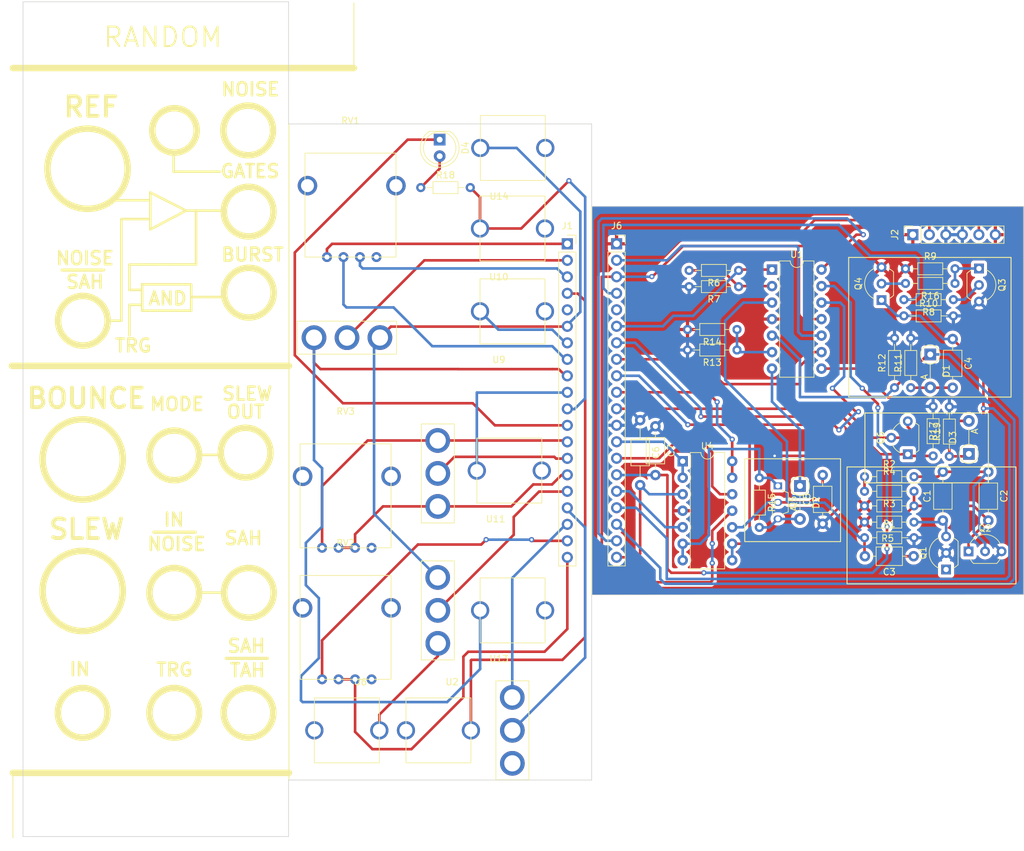
<source format=kicad_pcb>
(kicad_pcb (version 20221018) (generator pcbnew)
  (layers (0 "F.Cu" signal) (31 "B.Cu" signal) (34 "B.Paste" user) (35 "F.Paste" user) (36 "B.SilkS" user "B.Silkscreen") (37 "F.SilkS" user "F.Silkscreen") (38 "B.Mask" user) (39 "F.Mask" user) (44 "Edge.Cuts" user))
  (net 0 "")
  (net 1 "Net-(Q1-E)")
  (net 2 "Net-(Q2-B)")
  (net 3 "Net-(Q2-C)")
  (net 4 "GATE")
  (net 5 "Net-(D1-A)")
  (net 6 "GND")
  (net 7 "Net-(Q5-S)")
  (net 8 "PULS")
  (net 9 "Net-(D2-A)")
  (net 10 "COMPO")
  (net 12 "Net-(Q3-C)")
  (net 13 "Net-(Q3-B)")
  (net 14 "Net-(Q4-B)")
  (net 15 "+12V")
  (net 16 "Net-(Q5-D)")
  (net 17 "Net-(R2-Pad1)")
  (net 18 "NOISE")
  (net 19 "TRG")
  (net 20 "-12V")
  (net 21 "THR")
  (net 22 "SAH")
  (net 23 "SHIN")
  (net 25 "IN")
  (net 26 "COMP")
  (net 27 "Net-(D2-K)")
  (net 28 "Net-(D3-A)")
  (net 29 "Net-(U1A-+)")
  (net 30 "Net-(U1A--)")
  (net 31 "BURST")
  (net 32 "DLY")
  (net 33 "BC2")
  (net 34 "BC1")
  (net 35 "BOUNCE")
  (net 36 "S2")
  (net 37 "S1")
  (net 38 "Net-(U1B--)")
  (net 39 "Net-(D4-A)")
  (footprint "clipboard:8b81b61c-c021-4eda-8441-9e06cffa12e7" (layer "F.Cu") (at 120.024265 137.95)
    (fp_text reference "")
    (fp_text value "")
  )
  (footprint "Package_TO_SOT_THT:TO-92L_Wide" (layer "F.Cu") (at 221.46 98.151 90)
    (fp_text reference "Q6")
    (fp_text value "2N7000")
  )
  (footprint "LED_THT:LED_D5.0mm" (layer "F.Cu") (at 149.4 49.725 -90)
    (fp_text reference "D4")
    (fp_text value "LED")
  )
  (footprint "Resistor_THT:R_Axial_DIN0204_L3.6mm_D1.6mm_P7.62mm_Horizontal" (layer "F.Cu") (at 214.8 111.001)
    (fp_text reference "R5")
    (fp_text value "100k")
  )
  (footprint "Resistor_THT:R_Axial_DIN0204_L3.6mm_D1.6mm_P7.62mm_Horizontal" (layer "F.Cu") (at 227.86 98.471 90)
    (fp_text reference "R19")
    (fp_text value "100k")
  )
  (footprint "Resistor_THT:R_Axial_DIN0204_L3.6mm_D1.6mm_P7.62mm_Horizontal" (layer "F.Cu") (at 221.11 69.601)
    (fp_text reference "R9")
    (fp_text value "10k")
  )
  (footprint "" (layer "F.Cu") (at 94.45 119.2)
    (fp_text reference "")
    (fp_text value "")
  )
  (footprint "clipboard:8b81b61c-c021-4eda-8441-9e06cffa12e7" (layer "F.Cu") (at 108.64853 48.3)
    (fp_text reference "")
    (fp_text value "")
  )
  (footprint "MountingHole:MountingHole_3.2mm_M3" (layer "F.Cu") (at 91.2 154.2)
    (fp_text reference "REF**" hide)
    (fp_text value "MountingHole_3.2mm_M3")
  )
  (footprint "Resistor_THT:R_Axial_DIN0204_L3.6mm_D1.6mm_P7.62mm_Horizontal" (layer "F.Cu") (at 220.86 76.851)
    (fp_text reference "R10")
    (fp_text value "100k")
  )
  (footprint "Library:Switch" (layer "F.Cu") (at 151.655 122.182887 90)
    (fp_text reference "U5" hide)
    (fp_text value "Switch")
  )
  (footprint "Library:AlpsPot" (layer "F.Cu") (at 131.3 132.8)
    (fp_text reference "RV2")
    (fp_text value "R_Potentiometer")
  )
  (footprint "clipboard:8b81b61c-c021-4eda-8441-9e06cffa12e7" (layer "F.Cu") (at 120 60.8)
    (fp_text reference "")
    (fp_text value "")
  )
  (footprint "Library:AlpsPot" (layer "F.Cu") (at 132.05 67.8)
    (fp_text reference "RV1")
    (fp_text value "R_Potentiometer")
  )
  (footprint "clipboard:8b81b61c-c021-4eda-8441-9e06cffa12e7" (layer "F.Cu") (at 94.474265 77.6)
    (fp_text reference "")
    (fp_text value "")
  )
  (footprint "MountingHole:MountingHole_3.2mm_M3" (layer "F.Cu") (at 121.7 154.2)
    (fp_text reference "REF**" hide)
    (fp_text value "MountingHole_3.2mm_M3")
  )
  (footprint "clipboard:8b81b61c-c021-4eda-8441-9e06cffa12e7" (layer "F.Cu") (at 108.55 98.4)
    (fp_text reference "")
    (fp_text value "")
  )
  (footprint "Resistor_THT:R_Axial_DIN0204_L3.6mm_D1.6mm_P7.62mm_Horizontal" (layer "F.Cu") (at 225.36 98.411 90)
    (fp_text reference "R17")
    (fp_text value "100k")
  )
  (footprint "Capacitor_THT:C_Axial_L3.8mm_D2.6mm_P7.50mm_Horizontal" (layer "F.Cu") (at 182.61 93.851 -90)
    (fp_text reference "C7")
    (fp_text value "10n")
  )
  (footprint "Library:3mm5 Mono Aux" (layer "F.Cu") (at 160.65853 51.001 180)
    (fp_text reference "U14")
    (fp_text value "Aux_flush")
  )
  (footprint "Connector_PinSocket_2.54mm:PinSocket_1x20_P2.54mm_Vertical" (layer "F.Cu") (at 169.05 65.76)
    (fp_text reference "J1")
    (fp_text value "Conn_01x20_Pin")
  )
  (footprint "Library:AlpsPot" (layer "F.Cu") (at 131.3 112.55)
    (fp_text reference "RV3")
    (fp_text value "R_Potentiometer")
  )
  (footprint "Library:3mm5 Mono Aux" (layer "F.Cu") (at 160.629265 122.182887 180)
    (fp_text reference "U13")
    (fp_text value "Aux_flush")
  )
  (footprint "" (layer "F.Cu") (at 94.45 98.95)
    (fp_text reference "")
    (fp_text value "")
  )
  (footprint "MountingHole:MountingHole_3.2mm_M3" (layer "F.Cu") (at 121.7 31.7)
    (fp_text reference "REF**" hide)
    (fp_text value "MountingHole_3.2mm_M3")
  )
  (footprint "Capacitor_THT:C_Axial_L3.8mm_D2.6mm_P7.50mm_Horizontal" (layer "F.Cu") (at 222.36 113.851 180)
    (fp_text reference "C3")
    (fp_text value "470n")
  )
  (footprint "Library:Switch" (layer "F.Cu") (at 135.134265 82.746)
    (fp_text reference "U8" hide)
    (fp_text value "Switch")
  )
  (footprint "Diode_THT:D_A-405_P5.08mm_Vertical_AnodeUp" (layer "F.Cu") (at 224.92 82.786 -90)
    (fp_text reference "D1")
    (fp_text value "D")
  )
  (footprint "Resistor_THT:R_Axial_DIN0204_L3.6mm_D1.6mm_P7.62mm_Horizontal" (layer "F.Cu") (at 214.8 108.601)
    (fp_text reference "R1")
    (fp_text value "1M")
  )
  (footprint "Library:3mm5 Mono Aux" (layer "F.Cu") (at 160.119734 100.669113 180)
    (fp_text reference "U11")
    (fp_text value "Aux_flush")
  )
  (footprint "clipboard:8b81b61c-c021-4eda-8441-9e06cffa12e7" (layer "F.Cu") (at 108.55 119.481887)
    (fp_text reference "")
    (fp_text value "")
  )
  (footprint "Library:3mm5 Mono Aux" (layer "F.Cu") (at 135.11 140.651)
    (fp_text reference "U6")
    (fp_text value "Aux_flush")
  )
  (footprint "clipboard:8b81b61c-c021-4eda-8441-9e06cffa12e7" (layer "F.Cu") (at 120.024265 73.275735)
    (fp_text reference "")
    (fp_text value "")
  )
  (footprint "Capacitor_THT:C_Axial_L3.8mm_D2.6mm_P7.50mm_Horizontal" (layer "F.Cu") (at 226.86 108.351 90)
    (fp_text reference "C1")
    (fp_text value "100n")
  )
  (footprint "Diode_THT:D_A-405_P5.08mm_Vertical_AnodeUp" (layer "F.Cu") (at 230.86 98.101 90)
    (fp_text reference "D3")
    (fp_text value "D")
  )
  (footprint "Package_TO_SOT_THT:TO-92_Inline_Wide" (layer "F.Cu") (at 227.36 115.891 90)
    (fp_text reference "Q1")
    (fp_text value "BC547")
  )
  (footprint "Resistor_THT:R_Axial_DIN0204_L3.6mm_D1.6mm_P7.62mm_Horizontal" (layer "F.Cu") (at 214.8 101.601)
    (fp_text reference "R2")
    (fp_text value "1M")
  )
  (footprint "Resistor_THT:R_Axial_DIN0204_L3.6mm_D1.6mm_P7.62mm_Horizontal" (layer "F.Cu") (at 195.17 78.951 180)
    (fp_text reference "R14")
    (fp_text value "100k")
  )
  (footprint "Package_TO_SOT_THT:TO-92_Inline_Wide" (layer "F.Cu") (at 217.42 74.431 90)
    (fp_text reference "Q4")
    (fp_text value "BC557")
  )
  (footprint "Resistor_THT:R_Axial_DIN0204_L3.6mm_D1.6mm_P7.62mm_Horizontal" (layer "F.Cu") (at 195.42 72.351 180)
    (fp_text reference "R7")
    (fp_text value "100k")
  )
  (footprint "Package_DIP:DIP-14_W7.62mm" (layer "F.Cu") (at 186.81 99.226)
    (fp_text reference "U4")
    (fp_text value "TL074")
  )
  (footprint "Capacitor_THT:C_Axial_L3.8mm_D2.6mm_P7.50mm_Horizontal" (layer "F.Cu") (at 233.86 100.851 -90)
    (fp_text reference "C2")
    (fp_text value "10p")
  )
  (footprint "Library:Switch" (layer "F.Cu") (at 151.655 101.101 90)
    (fp_text reference "U7" hide)
    (fp_text value "Switch")
  )
  (footprint "Capacitor_THT:C_Axial_L3.8mm_D2.6mm_P7.50mm_Horizontal" (layer "F.Cu") (at 228.37 80.411 -90)
    (fp_text reference "C4")
    (fp_text value "C")
  )
  (footprint "Capacitor_THT:C_Axial_L3.8mm_D2.6mm_P7.50mm_Horizontal" (layer "F.Cu") (at 208.36 108.851 90)
    (fp_text reference "C5")
    (fp_text value "10n")
  )
  (footprint "" (layer "F.Cu") (at 95.2 54.2)
    (fp_text reference "")
    (fp_text value "")
  )
  (footprint "Resistor_THT:R_Axial_DIN0204_L3.6mm_D1.6mm_P7.62mm_Horizontal" (layer "F.Cu") (at 228.48 74.351 180)
    (fp_text reference "R8")
    (fp_text value "10k")
  )
  (footprint "Package_TO_SOT_THT:TO-92_Inline_Wide" (layer "F.Cu") (at 232.42 69.561 -90)
    (fp_text reference "Q3")
    (fp_text value "BC547")
  )
  (footprint "Resistor_THT:R_Axial_DIN0204_L3.6mm_D1.6mm_P7.62mm_Horizontal" (layer "F.Cu") (at 198.61 101.791 -90)
    (fp_text reference "R15")
    (fp_text value "1M")
  )
  (footprint "Package_TO_SOT_THT:TO-92_Inline_Wide" (layer "F.Cu") (at 230.82 113.101)
    (fp_text reference "Q2")
    (fp_text value "BC547")
  )
  (footprint "Connector_PinSocket_2.54mm:PinSocket_1x06_P2.54mm_Vertical" (layer "F.Cu") (at 222.24 64.351 90)
    (fp_text reference "J2")
    (fp_text value "Conn_01x06_Pin")
  )
  (footprint "clipboard:8b81b61c-c021-4eda-8441-9e06cffa12e7" (layer "F.Cu") (at 119.969265 119.481887)
    (fp_text reference "")
    (fp_text value "")
  )
  (footprint "Resistor_THT:R_Axial_DIN0204_L3.6mm_D1.6mm_P7.62mm_Horizontal" (layer "F.Cu") (at 214.8 106.101)
    (fp_text reference "R4")
    (fp_text value "4k7")
  )
  (footprint "clipboard:8b81b61c-c021-4eda-8441-9e06cffa12e7" (layer "F.Cu") (at 119.459734 97.968113)
    (fp_text reference "")
    (fp_text value "")
  )
  (footprint "Package_TO_SOT_THT:TO-92S_Wide" (layer "F.Cu") (at 201.46 103.016 -90)
    (fp_text reference "Q5")
    (fp_text value "MMBFJ113")
  )
  (footprint "Resistor_THT:R_Axial_DIN0204_L3.6mm_D1.6mm_P7.62mm_Horizontal" (layer "F.Cu") (at 228.73 71.851 180)
    (fp_text reference "R16")
    (fp_text value "10k")
  )
  (footprint "Library:3mm5 Mono Aux" (layer "F.Cu") (at 149.21 140.651)
    (fp_text reference "U2")
    (fp_text value "Aux_flush")
  )
  (footprint "Diode_THT:D_A-405_P5.08mm_Vertical_AnodeUp" (layer "F.Cu") (at 204.86 103.036 -90)
    (fp_text reference "D2")
    (fp_text value "D")
  )
  (footprint "clipboard:8b81b61c-c021-4eda-8441-9e06cffa12e7" (layer "F.Cu") (at 119.99853 48.3)
    (fp_text reference "")
    (fp_text value "")
  )
  (footprint "Library:3mm5 Mono Aux" (layer "F.Cu") (at 160.61 63.401 180)
    (fp_text reference "U10")
    (fp_text value "Aux_flush")
  )
  (footprint "MountingHole:MountingHole_3.2mm_M3" (layer "F.Cu") (at 91.2 31.7)
    (fp_text reference "REF**" hide)
    (fp_text value "MountingHole_3.2mm_M3")
  )
  (footprint "Package_DIP:DIP-14_W7.62mm" (layer "F.Cu") (at 200.56 69.726)
    (fp_text reference "U1")
    (fp_text value "TL074")
  )
  (footprint "Library:Switch" (layer "F.Cu") (at 163.129265 140.651 90)
    (fp_text reference "U3" hide)
    (fp_text value "Switch")
  )
  (footprint "Capacitor_THT:C_Axial_L3.8mm_D2.6mm_P10.00mm_Horizontal" (layer "F.Cu") (at 180.26 92.901 -90)
    (fp_text reference "C6")
    (fp_text value "10n")
  )
  (footprint "Resistor_THT:R_Axial_DIN0204_L3.6mm_D1.6mm_P7.62mm_Horizontal" (layer "F.Cu") (at 219.42 87.911 90)
    (fp_text reference "R12")
    (fp_text value "100k")
  )
  (footprint "Resistor_THT:R_Axial_DIN0204_L3.6mm_D1.6mm_P7.62mm_Horizontal" (layer "F.Cu") (at 195.42 69.851 180)
    (fp_text reference "R6")
    (fp_text value "1k")
  )
  (footprint "Resistor_THT:R_Axial_DIN0204_L3.6mm_D1.6mm_P7.62mm_Horizontal" (layer "F.Cu") (at 222.42 103.851 180)
    (fp_text reference "R3")
    (fp_text value "1M")
  )
  (footprint "clipboard:8b81b61c-c021-4eda-8441-9e06cffa12e7" (layer "F.Cu") (at 108.55 137.95)
    (fp_text reference "")
    (fp_text value "")
  )
  (footprint "Resistor_THT:R_Axial_DIN0204_L3.6mm_D1.6mm_P7.62mm_Horizontal" (layer "F.Cu") (at 195.17 82.101 180)
    (fp_text reference "R13")
    (fp_text value "1k")
  )
  (footprint "Resistor_THT:R_Axial_DIN0204_L3.6mm_D1.6mm_P7.62mm_Horizontal" (layer "F.Cu") (at 146.49 57.1)
    (fp_text reference "R18")
    (fp_text value "1k")
  )
  (footprint "Connector_PinSocket_2.54mm:PinSocket_1x20_P2.54mm_Vertical" (layer "F.Cu") (at 176.635 65.751)
    (fp_text reference "J6")
    (fp_text value "Conn_01x20_Pin")
  )
  (footprint "Library:3mm5 Mono Aux" (layer "F.Cu") (at 160.61 76.151 180)
    (fp_text reference "U9")
    (fp_text value "Aux_flush")
  )
  (footprint "Resistor_THT:R_Axial_DIN0204_L3.6mm_D1.6mm_P7.62mm_Horizontal" (layer "F.Cu") (at 221.92 87.911 90)
    (fp_text reference "R11")
    (fp_text value "100k")
  )
  (footprint "clipboard:8b81b61c-c021-4eda-8441-9e06cffa12e7" (layer "F.Cu") (at 94.45 137.95)
    (fp_text reference "")
    (fp_text value "")
  )
  (gr_line (start 172.8 60) (end 172.8 119.8) (stroke (width 0.15)) (layer "F.SilkS"))
  (gr_line (start 83.55 84.55) (end 126.2 84.55) (stroke (width 1)) (layer "F.SilkS"))
  (gr_line (start 83.7 157.2) (end 83.7 147.2) (stroke (width 0.15)) (layer "F.SilkS"))
  (gr_line (start 116.25 73.95) (end 111.2 73.95) (stroke (width 0.4)) (layer "F.SilkS"))
  (gr_line (start 116 60.65) (end 111.75 60.65) (stroke (width 0.4)) (layer "F.SilkS"))
  (gr_circle (center 108.55 98.325735) (end 112.374265 98.325735) (stroke (width 1)) (fill none) (layer "F.SilkS"))
  (gr_circle (center 94.45 98.95) (end 100.624545 98.95) (stroke (width 1)) (fill none) (layer "F.SilkS"))
  (gr_line (start 104.85 63.55) (end 110.35 60.65) (stroke (width 0.4)) (layer "F.SilkS"))
  (gr_circle (center 120.033796 119.481887) (end 123.858061 119.481887) (stroke (width 1)) (fill none) (layer "F.SilkS"))
  (gr_line (start 111.9 60.65) (end 111.9 68.925) (stroke (width 0.4)) (layer "F.SilkS"))
  (gr_line (start 116.524265 129.574265) (end 122.899265 129.574265) (stroke (width 0.5)) (layer "F.SilkS"))
  (gr_line (start 104.8 61.95) (end 100.4 61.95) (stroke (width 0.4)) (layer "F.SilkS"))
  (gr_line (start 104.85 59.05) (end 99.2 59.05) (stroke (width 0.4)) (layer "F.SilkS"))
  (gr_circle (center 94.474265 77.6) (end 98.29853 77.6) (stroke (width 1)) (fill none) (layer "F.SilkS"))
  (gr_line (start 112.625 119.45) (end 116.275 119.45) (stroke (width 0.4)) (layer "F.SilkS"))
  (gr_line (start 111.9 68.925) (end 101.65 68.95) (stroke (width 0.4)) (layer "F.SilkS"))
  (gr_line (start 105.4 110.15) (end 111.775 110.15) (stroke (width 0.5)) (layer "F.SilkS"))
  (gr_line (start 83.7 38.7) (end 136.2 38.7) (stroke (width 1)) (layer "F.SilkS"))
  (gr_line (start 115.6 54.65) (end 108.45 54.65) (stroke (width 0.4)) (layer "F.SilkS"))
  (gr_rect (start 212.36 67.851) (end 237.36 89.351) (stroke (width 0.15)) (fill none) (layer "F.SilkS"))
  (gr_line (start 136.2 28.7) (end 136.2 38.7) (stroke (width 0.15)) (layer "F.SilkS"))
  (gr_circle (center 108.574265 48.3) (end 112 48.3) (stroke (width 1)) (fill none) (layer "F.SilkS"))
  (gr_line (start 91.3 69.8) (end 97.675 69.8) (stroke (width 0.5)) (layer "F.SilkS"))
  (gr_circle (center 119.924265 48.3) (end 123.74853 48.3) (stroke (width 1)) (fill none) (layer "F.SilkS"))
  (gr_line (start 104.85 57.85) (end 104.85 63.55) (stroke (width 0.4)) (layer "F.SilkS"))
  (gr_circle (center 94.45 119.2) (end 100.624545 119.2) (stroke (width 1)) (fill none) (layer "F.SilkS"))
  (gr_line (start 108.45 54.65) (end 108.45 51.725735) (stroke (width 0.4)) (layer "F.SilkS"))
  (gr_line (start 126.2 147.2) (end 83.7 147.2) (stroke (width 1)) (layer "F.SilkS"))
  (gr_line (start 112.1 98.25) (end 115.75 98.25) (stroke (width 0.4)) (layer "F.SilkS"))
  (gr_circle (center 108.55 137.95) (end 112.374265 137.95) (stroke (width 1)) (fill none) (layer "F.SilkS"))
  (gr_rect (start 212.11 100.101) (end 238.11 118.101) (stroke (width 0.15)) (fill none) (layer "F.SilkS"))
  (gr_rect (start 211.11 98.851) (end 196.36 111.601) (stroke (width 0.15)) (fill none) (layer "F.SilkS"))
  (gr_line (start 101.65 72.85) (end 101.65 68.95) (stroke (width 0.4)) (layer "F.SilkS"))
  (gr_line (start 100.4 61.95) (end 100.4 77.6) (stroke (width 0.4)) (layer "F.SilkS"))
  (gr_line (start 103.55 72.85) (end 101.65 72.85) (stroke (width 0.4)) (layer "F.SilkS"))
  (gr_circle (center 120.024265 73.275735) (end 123.84853 73.275735) (stroke (width 1)) (fill none) (layer "F.SilkS"))
  (gr_circle (center 95.2 54.2) (end 101.374545 54.2) (stroke (width 1)) (fill none) (layer "F.SilkS"))
  (gr_line (start 126.2 47.3) (end 126.2 148.3) (stroke (width 0.15)) (layer "F.SilkS"))
  (gr_circle (center 120 60.8) (end 123.824265 60.8) (stroke (width 1)) (fill none) (layer "F.SilkS"))
  (gr_line (start 103.55 75.15) (end 101.65 75.15) (stroke (width 0.4)) (layer "F.SilkS"))
  (gr_circle (center 119.969265 137.95) (end 123.79353 137.95) (stroke (width 1)) (fill none) (layer "F.SilkS"))
  (gr_line (start 100.4 77.6) (end 98.875 77.6) (stroke (width 0.4)) (layer "F.SilkS"))
  (gr_line (start 111.9 60.65) (end 110.4 60.65) (stroke (width 0.4)) (layer "F.SilkS"))
  (gr_line (start 101.65 75.15) (end 101.65 79.85) (stroke (width 0.4)) (layer "F.SilkS"))
  (gr_line (start 110.35 60.65) (end 104.85 57.85) (stroke (width 0.4)) (layer "F.SilkS"))
  (gr_circle (center 119.524265 97.9) (end 123.34853 97.9) (stroke (width 1)) (fill none) (layer "F.SilkS"))
  (gr_circle (center 108.55 119.481887) (end 112.374265 119.481887) (stroke (width 1)) (fill none) (layer "F.SilkS"))
  (gr_rect (start 214.86 91.801) (end 233.86 102.551) (stroke (width 0.15)) (fill none) (layer "F.SilkS"))
  (gr_rect (start 103.6 72) (end 111.15 76.05) (stroke (width 0.4)) (fill none) (layer "F.SilkS"))
  (gr_circle (center 94.45 137.95) (end 98.274265 137.95) (stroke (width 1)) (fill none) (layer "F.SilkS"))
  (gr_line (start 172.8 119.8) (end 172.8 148.3) (stroke (width 0.1)) (layer "Edge.Cuts"))
  (gr_line (start 85.2623 28.5) (end 126.1377 28.5) (stroke (width 0.1)) (layer "Edge.Cuts"))
  (gr_line (start 126.1377 157) (end 85.2623 157) (stroke (width 0.1)) (layer "Edge.Cuts"))
  (gr_line (start 126.136706 148.301622) (end 126.1377 157) (stroke (width 0.1)) (layer "Edge.Cuts"))
  (gr_line (start 239.285 60.001) (end 239.285 119.751) (stroke (width 0.1)) (layer "Edge.Cuts"))
  (gr_line (start 172.8 47.3) (end 172.8 60) (stroke (width 0.1)) (layer "Edge.Cuts"))
  (gr_line (start 172.8 60) (end 239.285 60.001) (stroke (width 0.1)) (layer "Edge.Cuts"))
  (gr_line (start 172.8 148.3) (end 126.136706 148.301622) (stroke (width 0.1)) (layer "Edge.Cuts"))
  (gr_line (start 126.1377 28.5) (end 126.138816 47.304485) (stroke (width 0.1)) (layer "Edge.Cuts"))
  (gr_line (start 85.2623 157) (end 85.2623 28.5) (stroke (width 0.1)) (layer "Edge.Cuts"))
  (gr_line (start 239.285 119.751) (end 172.8 119.8) (stroke (width 0.1)) (layer "Edge.Cuts"))
  (gr_line (start 126.138816 47.304485) (end 172.8 47.3) (stroke (width 0.1)) (layer "Edge.Cuts"))
  (gr_text "TRG\n" (at 99.2 82.6) (layer "F.SilkS") (effects (font (size 2 2) (thickness 0.4) bold) (justify left bottom)))
  (gr_text "SLEW" (at 115.7 90) (layer "F.SilkS") (effects (font (size 2 2) (thickness 0.4) bold) (justify left bottom)))
  (gr_text "NOISE" (at 104.2 113.15) (layer "F.SilkS") (effects (font (size 2 2) (thickness 0.4) bold) (justify left bottom)))
  (gr_text "REF" (at 91.2 46.45) (layer "F.SilkS") (effects (font (size 3 3) (thickness 0.6) bold) (justify left bottom)))
  (gr_text "AND" (at 104.35 75.35) (layer "F.SilkS") (effects (font (size 2 2) (thickness 0.4) bold) (justify left bottom)))
  (gr_text "TAH" (at 116.899265 132.574265) (layer "F.SilkS") (effects (font (size 2 2) (thickness 0.4) bold) (justify left bottom)))
  (gr_text "TRG" (at 105.55 132.5) (layer "F.SilkS") (effects (font (size 2 2) (thickness 0.4) bold) (justify left bottom)))
  (gr_text "SAH" (at 116.524265 128.824265) (layer "F.SilkS") (effects (font (size 2 2) (thickness 0.4) bold) (justify left bottom)))
  (gr_text "BOUNCE" (at 85.55 91.3) (layer "F.SilkS") (effects (font (size 3 3) (thickness 0.6) bold) (justify left bottom)))
  (gr_text "RANDOM" (at 97.45 35.7) (layer "F.SilkS") (effects (font (size 3 3) (thickness 0.3)) (justify left bottom)))
  (gr_text "NOISE" (at 115.574265 43.15) (layer "F.SilkS") (effects (font (size 2 2) (thickness 0.4) bold) (justify left bottom)))
  (gr_text "BURST\n" (at 115.574265 68.6) (layer "F.SilkS") (effects (font (size 2 2) (thickness 0.4) bold) (justify left bottom)))
  (gr_text "GATES" (at 115.474265 55.75) (layer "F.SilkS") (effects (font (size 2 2) (thickness 0.4) bold) (justify left bottom)))
  (gr_text "MODE\n" (at 104.6 91.6) (layer "F.SilkS") (effects (font (size 2 2) (thickness 0.4) bold) (justify left bottom)))
  (gr_text "NOISE" (at 90.1 69.15) (layer "F.SilkS") (effects (font (size 2 2) (thickness 0.4) bold) (justify left bottom)))
  (gr_text "OUT\n" (at 116.4 92.8) (layer "F.SilkS") (effects (font (size 2 2) (thickness 0.4) bold) (justify left bottom)))
  (gr_text "SLEW" (at 88.95 111.45) (layer "F.SilkS") (effects (font (size 3 3) (thickness 0.6) bold) (justify left bottom)))
  (gr_text "IN" (at 92.2 132.424265) (layer "F.SilkS") (effects (font (size 2 2) (thickness 0.4) bold) (justify left bottom)))
  (gr_text "SAH" (at 116.069265 112.25) (layer "F.SilkS") (effects (font (size 2 2) (thickness 0.4) bold) (justify left bottom)))
  (gr_text "SAH" (at 91.675 72.8) (layer "F.SilkS") (effects (font (size 2 2) (thickness 0.4) bold) (justify left bottom)))
  (gr_text "IN\n" (at 106.7 109.4) (layer "F.SilkS") (effects (font (size 2 2) (thickness 0.4) bold) (justify left bottom)))
  (segment (start 227.36 110.811) (end 227.36 108.851) (width 0.4) (layer "B.Cu") (net 1))
  (segment (start 222.42 108.601) (end 226.61 108.601) (width 0.4) (layer "B.Cu") (net 1))
  (segment (start 226.61 108.601) (end 226.86 108.351) (width 0.4) (layer "B.Cu") (net 1))
  (segment (start 227.36 108.851) (end 226.86 108.351) (width 0.4) (layer "B.Cu") (net 1))
  (segment (start 226.11 101.601) (end 226.86 100.851) (width 0.4) (layer "F.Cu") (net 2))
  (segment (start 226.86 100.851) (end 233.36 100.851) (width 0.4) (layer "F.Cu") (net 2))
  (segment (start 222.42 101.601) (end 226.11 101.601) (width 0.4) (layer "F.Cu") (net 2))
  (segment (start 233.36 100.851) (end 233.86 101.351) (width 0.4) (layer "F.Cu") (net 2))
  (segment (start 233.36 111.851) (end 231.61 110.101) (width 0.4) (layer "B.Cu") (net 2))
  (segment (start 233.36 113.101) (end 233.36 111.851) (width 0.4) (layer "B.Cu") (net 2))
  (segment (start 231.61 103.101) (end 233.86 100.851) (width 0.4) (layer "B.Cu") (net 2))
  (segment (start 231.61 110.101) (end 231.61 103.101) (width 0.4) (layer "B.Cu") (net 2))
  (segment (start 220.36 108.161) (end 222.42 106.101) (width 0.4) (layer "F.Cu") (net 3))
  (segment (start 222.42 103.851) (end 222.42 106.101) (width 0.4) (layer "F.Cu") (net 3))
  (segment (start 230.82 111.391) (end 233.86 108.351) (width 0.4) (layer "F.Cu") (net 3))
  (segment (start 222.36 113.851) (end 220.36 113.851) (width 0.4) (layer "F.Cu") (net 3))
  (segment (start 231.61 106.101) (end 233.86 108.351) (width 0.4) (layer "F.Cu") (net 3))
  (segment (start 222.42 106.101) (end 231.61 106.101) (width 0.4) (layer "F.Cu") (net 3))
  (segment (start 220.36 113.851) (end 220.36 108.161) (width 0.4) (layer "F.Cu") (net 3))
  (segment (start 230.82 113.101) (end 230.82 111.391) (width 0.4) (layer "F.Cu") (net 3))
  (segment (start 233.11 91.101) (end 233.11 85.151) (width 0.4) (layer "F.Cu") (net 4))
  (segment (start 233.11 85.151) (end 228.37 80.411) (width 0.4) (layer "F.Cu") (net 4))
  (segment (start 221.46 93.951) (end 222.11 94.601) (width 0.4) (layer "F.Cu") (net 4))
  (segment (start 227.86 95.851) (end 233.11 95.851) (width 0.4) (layer "F.Cu") (net 4))
  (segment (start 221.46 93.071) (end 221.46 93.951) (width 0.4) (layer "F.Cu") (net 4))
  (segment (start 226.61 94.601) (end 227.86 95.851) (width 0.4) (layer "F.Cu") (net 4))
  (segment (start 233.11 95.851) (end 233.11 91.101) (width 0.4) (layer "F.Cu") (net 4))
  (segment (start 222.11 94.601) (end 226.61 94.601) (width 0.4) (layer "F.Cu") (net 4))
  (via (at 233.11 91.101) (size 0.8) (drill 0.4) (layers "F.Cu" "B.Cu") (net 4))
  (segment (start 223.36 76.851) (end 220.86 76.851) (width 0.4) (layer "B.Cu") (net 4))
  (segment (start 171.8 129.440265) (end 160.589265 140.651) (width 0.4) (layer "B.Cu") (net 4))
  (segment (start 217.42 74.431) (end 219.84 76.851) (width 0.4) (layer "B.Cu") (net 4))
  (segment (start 168.8 106.44) (end 171.8 109.44) (width 0.4) (layer "B.Cu") (net 4))
  (segment (start 171.8 109.44) (end 171.8 129.440265) (width 0.4) (layer "B.Cu") (net 4))
  (segment (start 184.36 111.101) (end 179.65 106.391) (width 0.4) (layer "B.Cu") (net 4))
  (segment (start 237.11 93.601) (end 237.11 116.851) (width 0.4) (layer "B.Cu") (net 4))
  (segment (start 226.92 80.411) (end 223.36 76.851) (width 0.4) (layer "B.Cu") (net 4))
  (segment (start 184.36 117.351) (end 184.36 111.101) (width 0.4) (layer "B.Cu") (net 4))
  (segment (start 237.11 116.851) (end 236.61 117.351) (width 0.4) (layer "B.Cu") (net 4))
  (segment (start 233.11 91.101) (end 234.61 91.101) (width 0.4) (layer "B.Cu") (net 4))
  (segment (start 234.61 91.101) (end 237.11 93.601) (width 0.4) (layer "B.Cu") (net 4))
  (segment (start 228.37 80.411) (end 226.92 80.411) (width 0.4) (layer "B.Cu") (net 4))
  (segment (start 179.65 106.391) (end 176.635 106.391) (width 0.4) (layer "B.Cu") (net 4))
  (segment (start 219.84 76.851) (end 220.86 76.851) (width 0.4) (layer "B.Cu") (net 4))
  (segment (start 236.61 117.351) (end 184.36 117.351) (width 0.4) (layer "B.Cu") (net 4))
  (segment (start 221.92 87.911) (end 228.37 87.911) (width 0.4) (layer "F.Cu") (net 5))
  (segment (start 208.36 108.851) (end 211.06 106.151) (width 0.4) (layer "F.Cu") (net 6))
  (segment (start 209.56 98.401) (end 200.96 98.401) (width 0.4) (layer "F.Cu") (net 6))
  (segment (start 211.06 99.901) (end 209.56 98.401) (width 0.4) (layer "F.Cu") (net 6))
  (segment (start 154.5 90.3) (end 134.5 90.3) (width 0.4) (layer "F.Cu") (net 6))
  (segment (start 211.06 106.151) (end 211.06 105.101) (width 0.4) (layer "F.Cu") (net 6))
  (segment (start 127.1 67.1) (end 144.475 49.725) (width 0.4) (layer "F.Cu") (net 6))
  (segment (start 169.05 93.7) (end 157.9 93.7) (width 0.4) (layer "F.Cu") (net 6))
  (segment (start 157.9 93.7) (end 154.5 90.3) (width 0.4) (layer "F.Cu") (net 6))
  (segment (start 144.475 49.725) (end 149.4 49.725) (width 0.4) (layer "F.Cu") (net 6))
  (segment (start 211.06 105.101) (end 211.06 99.901) (width 0.4) (layer "F.Cu") (net 6))
  (segment (start 127.1 82.9) (end 127.1 67.1) (width 0.4) (layer "F.Cu") (net 6))
  (segment (start 134.5 90.3) (end 127.1 82.9) (width 0.4) (layer "F.Cu") (net 6))
  (via (at 200.96 98.401) (size 0.8) (drill 0.4) (layers "F.Cu" "B.Cu") (net 6))
  (segment (start 206.405 105.556) (end 208.36 103.601) (width 0.4) (layer "F.Cu") (net 7))
  (segment (start 208.36 103.601) (end 208.36 101.351) (width 0.4) (layer "F.Cu") (net 7))
  (segment (start 201.46 105.556) (end 206.405 105.556) (width 0.4) (layer "F.Cu") (net 7))
  (segment (start 196.075 109.386) (end 199.905 105.556) (width 0.4) (layer "B.Cu") (net 7))
  (segment (start 194.43 109.386) (end 196.075 109.386) (width 0.4) (layer "B.Cu") (net 7))
  (segment (start 199.905 105.556) (end 201.46 105.556) (width 0.4) (layer "B.Cu") (net 7))
  (segment (start 219.42 87.911) (end 224.545 82.786) (width 0.4) (layer "F.Cu") (net 8))
  (segment (start 224.545 82.786) (end 224.92 82.786) (width 0.4) (layer "F.Cu") (net 8))
  (segment (start 201.145 79.886) (end 204.86 83.601) (width 0.4) (layer "B.Cu") (net 8))
  (segment (start 183.36 117.351) (end 184.11 118.101) (width 0.4) (layer "B.Cu") (net 8))
  (segment (start 237.86 92.851) (end 227.795 82.786) (width 0.4) (layer "B.Cu") (net 8))
  (segment (start 227.795 82.786) (end 224.92 82.786) (width 0.4) (layer "B.Cu") (net 8))
  (segment (start 204.86 89.351) (end 217.98 89.351) (width 0.4) (layer "B.Cu") (net 8))
  (segment (start 237.11 118.101) (end 237.86 117.351) (width 0.4) (layer "B.Cu") (net 8))
  (segment (start 160.573061 135.582887) (end 160.573061 117.206939) (width 0.4) (layer "B.Cu") (net 8))
  (segment (start 176.635 108.931) (end 183.36 115.656) (width 0.4) (layer "B.Cu") (net 8))
  (segment (start 184.11 118.101) (end 237.11 118.101) (width 0.4) (layer "B.Cu") (net 8))
  (segment (start 200.56 79.886) (end 201.145 79.886) (width 0.4) (layer "B.Cu") (net 8))
  (segment (start 183.36 115.656) (end 183.36 117.351) (width 0.4) (layer "B.Cu") (net 8))
  (segment (start 160.573061 117.206939) (end 168.8 108.98) (width 0.4) (layer "B.Cu") (net 8))
  (segment (start 217.98 89.351) (end 219.42 87.911) (width 0.4) (layer "B.Cu") (net 8))
  (segment (start 224.92 82.786) (end 224.545 82.786) (width 0.4) (layer "B.Cu") (net 8))
  (segment (start 237.86 117.351) (end 237.86 92.851) (width 0.4) (layer "B.Cu") (net 8))
  (segment (start 204.86 83.601) (end 204.86 89.351) (width 0.4) (layer "B.Cu") (net 8))
  (segment (start 204.86 108.116) (end 201.48 108.116) (width 0.4) (layer "B.Cu") (net 9))
  (segment (start 200.145 109.411) (end 201.46 108.096) (width 0.4) (layer "B.Cu") (net 9))
  (segment (start 201.48 108.116) (end 201.46 108.096) (width 0.4) (layer "B.Cu") (net 9))
  (segment (start 198.61 109.411) (end 200.145 109.411) (width 0.4) (layer "B.Cu") (net 9))
  (segment (start 155.61 63.401) (end 155.61 58.6) (width 0.4) (layer "F.Cu") (net 10))
  (segment (start 211.66 91.151) (end 176.635 91.151) (width 0.4) (layer "F.Cu") (net 10))
  (segment (start 218.92 95.611) (end 226.12 95.611) (width 0.4) (layer "F.Cu") (net 10))
  (segment (start 230.49 98.471) (end 230.86 98.101) (width 0.4) (layer "F.Cu") (net 10))
  (segment (start 226.12 95.611) (end 227.86 97.351) (width 0.4) (layer "F.Cu") (net 10))
  (segment (start 169.3 56.05) (end 161.949 63.401) (width 0.4) (layer "F.Cu") (net 10))
  (segment (start 155.61 58.6) (end 154.11 57.1) (width 0.4) (layer "F.Cu") (net 10))
  (segment (start 227.86 98.471) (end 230.49 98.471) (width 0.4) (layer "F.Cu") (net 10))
  (segment (start 227.86 97.351) (end 227.86 98.471) (width 0.4) (layer "F.Cu") (net 10))
  (segment (start 218.92 95.611) (end 216.12 95.611) (width 0.4) (layer "F.Cu") (net 10))
  (segment (start 161.949 63.401) (end 155.61 63.401) (width 0.4) (layer "F.Cu") (net 10))
  (segment (start 216.12 95.611) (end 211.66 91.151) (width 0.4) (layer "F.Cu") (net 10))
  (via (at 169.3 56.05) (size 0.8) (drill 0.4) (layers "F.Cu" "B.Cu") (net 10))
  (segment (start 170.15 91.2) (end 168.8 91.2) (width 0.4) (layer "B.Cu") (net 10))
  (segment (start 171.8 58.55) (end 171.8 89.55) (width 0.4) (layer "B.Cu") (net 10))
  (segment (start 169.3 56.05) (end 171.8 58.55) (width 0.4) (layer "B.Cu") (net 10))
  (segment (start 171.8 89.55) (end 170.15 91.2) (width 0.4) (layer "B.Cu") (net 10))
  (segment (start 228.73 71.851) (end 228.73 69.601) (width 0.4) (layer "B.Cu") (net 12))
  (segment (start 232.42 69.561) (end 228.77 69.561) (width 0.4) (layer "B.Cu") (net 12))
  (segment (start 228.77 69.561) (end 228.73 69.601) (width 0.4) (layer "B.Cu") (net 12))
  (segment (start 230.17 74.351) (end 232.42 72.101) (width 0.4) (layer "B.Cu") (net 13))
  (segment (start 228.48 74.351) (end 230.17 74.351) (width 0.4) (layer "B.Cu") (net 13))
  (segment (start 217.42 71.891) (end 221.07 71.891) (width 0.4) (layer "B.Cu") (net 14))
  (segment (start 221.07 71.891) (end 221.11 71.851) (width 0.4) (layer "B.Cu") (net 14))
  (segment (start 132.05 66.55) (end 132.84 65.76) (width 0.4) (layer "F.Cu") (net 15))
  (segment (start 132.84 65.76) (end 169.05 65.76) (width 0.4) (layer "F.Cu") (net 15))
  (segment (start 132.05 67.8) (end 132.05 66.55) (width 0.4) (layer "F.Cu") (net 15))
  (segment (start 198.61 101.791) (end 198.61 97.351) (width 0.4) (layer "B.Cu") (net 16))
  (segment (start 198.61 101.791) (end 200.235 101.791) (width 0.4) (layer "B.Cu") (net 16))
  (segment (start 190.86 97.351) (end 190.86 110.601) (width 0.4) (layer "B.Cu") (net 16))
  (segment (start 190.86 110.601) (end 189.535 111.926) (width 0.4) (layer "B.Cu") (net 16))
  (segment (start 186.81 111.926) (end 186.81 114.466) (width 0.4) (layer "B.Cu") (net 16))
  (segment (start 200.235 101.791) (end 201.46 103.016) (width 0.4) (layer "B.Cu") (net 16))
  (segment (start 198.61 97.351) (end 190.86 97.351) (width 0.4) (layer "B.Cu") (net 16))
  (segment (start 189.535 111.926) (end 186.81 111.926) (width 0.4) (layer "B.Cu") (net 16))
  (segment (start 214.8 103.851) (end 214.8 101.601) (width 0.4) (layer "F.Cu") (net 17))
  (segment (start 141.892174 78.5) (end 140.202378 80.189796) (width 0.4) (layer "F.Cu") (net 18))
  (segment (start 195.545 69.726) (end 195.42 69.851) (width 0.4) (layer "F.Cu") (net 18))
  (segment (start 200.56 69.726) (end 195.545 69.726) (width 0.4) (layer "F.Cu") (net 18))
  (segment (start 168.8 78.5) (end 141.892174 78.5) (width 0.4) (layer "F.Cu") (net 18))
  (segment (start 139.3 107.315978) (end 139.3 81.092174) (width 0.4) (layer "B.Cu") (net 18))
  (segment (start 161.251 51.001) (end 171.05 60.8) (width 0.4) (layer "B.Cu") (net 18))
  (segment (start 176.635 78.451) (end 183.76 78.451) (width 0.4) (layer "B.Cu") (net 18))
  (segment (start 139.3 81.092174) (end 140.202378 80.189796) (width 0.4) (layer "B.Cu") (net 18))
  (segment (start 155.65853 51.001) (end 161.251 51.001) (width 0.4) (layer "B.Cu") (net 18))
  (segment (start 171.05 60.8) (end 171.05 76.25) (width 0.4) (layer "B.Cu") (net 18))
  (segment (start 171.05 76.25) (end 168.8 78.5) (width 0.4) (layer "B.Cu") (net 18))
  (segment (start 188.42 76.851) (end 195.42 69.851) (width 0.4) (layer "B.Cu") (net 18))
  (segment (start 183.76 78.451) (end 185.36 76.851) (width 0.4) (layer "B.Cu") (net 18))
  (segment (start 149.098796 117.114774) (end 139.3 107.315978) (width 0.4) (layer "B.Cu") (net 18))
  (segment (start 185.36 76.851) (end 188.42 76.851) (width 0.4) (layer "B.Cu") (net 18))
  (segment (start 168.3 129.8) (end 154.3 129.8) (width 0.4) (layer "F.Cu") (net 19))
  (segment (start 171.8 74.55) (end 171.8 126.3) (width 0.4) (layer "F.Cu") (net 19))
  (segment (start 171.8 126.3) (end 168.3 129.8) (width 0.4) (layer "F.Cu") (net 19))
  (segment (start 170.67 73.42) (end 171.8 74.55) (width 0.4) (layer "F.Cu") (net 19))
  (segment (start 168.8 73.42) (end 170.67 73.42) (width 0.4) (layer "F.Cu") (net 19))
  (segment (start 154.21 129.89) (end 154.21 140.651) (width 0.4) (layer "F.Cu") (net 19))
  (segment (start 154.3 129.8) (end 154.21 129.89) (width 0.4) (layer "F.Cu") (net 19))
  (segment (start 174.61 72.601) (end 174.61 62.851) (width 0.4) (layer "B.Cu") (net 19))
  (segment (start 174.61 62.851) (end 210.86 62.851) (width 0.4) (layer "B.Cu") (net 19))
  (segment (start 175.38 73.371) (end 174.61 72.601) (width 0.4) (layer "B.Cu") (net 19))
  (segment (start 223.11 73.601) (end 222.36 74.351) (width 0.4) (layer "B.Cu") (net 19))
  (segment (start 223.11 68.101) (end 223.11 73.601) (width 0.4) (layer "B.Cu") (net 19))
  (segment (start 210.86 62.851) (end 215.61 67.601) (width 0.4) (layer "B.Cu") (net 19))
  (segment (start 222.61 67.601) (end 223.11 68.101) (width 0.4) (layer "B.Cu") (net 19))
  (segment (start 215.61 67.601) (end 222.61 67.601) (width 0.4) (layer "B.Cu") (net 19))
  (segment (start 176.635 73.371) (end 175.38 73.371) (width 0.4) (layer "B.Cu") (net 19))
  (segment (start 222.36 74.351) (end 220.86 74.351) (width 0.4) (layer "B.Cu") (net 19))
  (segment (start 224.78 62.101) (end 224.78 64.351) (width 0.4) (layer "F.Cu") (net 20))
  (segment (start 182.13 70.831) (end 182.16 70.801) (width 0.4) (layer "F.Cu") (net 20))
  (segment (start 191.11 117.851) (end 191.36 117.601) (width 0.4) (layer "F.Cu") (net 20))
  (segment (start 232.4 64.351) (end 232.4 62.351) (width 0.4) (layer "F.Cu") (net 20))
  (segment (start 182.16 70.801) (end 182.06 70.801) (width 0.4) (layer "F.Cu") (net 20))
  (segment (start 224.78 62.101) (end 207.11 62.101) (width 0.4) (layer "F.Cu") (net 20))
  (segment (start 191.36 117.601) (end 191.36 114.901) (width 0.4) (layer "F.Cu") (net 20))
  (segment (start 191.36 109.916) (end 194.43 106.846) (width 0.4) (layer "F.Cu") (net 20))
  (segment (start 174.38 70.831) (end 174.36 70.851) (width 0.4) (layer "F.Cu") (net 20))
  (segment (start 205.61 63.601) (end 205.61 66.101) (width 0.4) (layer "F.Cu") (net 20))
  (segment (start 137.06 67.87) (end 137.13 67.8) (width 0.4) (layer "F.Cu") (net 20))
  (segment (start 191.36 111.901) (end 191.36 109.916) (width 0.4) (layer "F.Cu") (net 20))
  (segment (start 182.06 70.801) (end 182.06 70.901) (width 0.4) (layer "F.Cu") (net 20))
  (segment (start 174.61 117.851) (end 191.11 117.851) (width 0.4) (layer "F.Cu") (net 20))
  (segment (start 232.15 62.101) (end 224.78 62.101) (width 0.4) (layer "F.Cu") (net 20))
  (segment (start 174.36 117.601) (end 174.61 117.851) (width 0.4) (layer "F.Cu") (net 20))
  (segment (start 186.86 66.101) (end 205.61 66.101) (width 0.4) (layer "F.Cu") (net 20))
  (segment (start 206.605 77.346) (end 208.18 77.346) (width 0.4) (layer "F.Cu") (net 20))
  (segment (start 174.36 70.851) (end 174.36 117.601) (width 0.4) (layer "F.Cu") (net 20))
  (segment (start 176.635 70.831) (end 174.38 70.831) (width 0.4) (layer "F.Cu") (net 20))
  (segment (start 207.11 62.101) (end 205.61 63.601) (width 0.4) (layer "F.Cu") (net 20))
  (segment (start 205.61 76.351) (end 206.605 77.346) (width 0.4) (layer "F.Cu") (net 20))
  (segment (start 232.4 62.351) (end 232.15 62.101) (width 0.4) (layer "F.Cu") (net 20))
  (segment (start 205.61 66.101) (end 205.61 76.351) (width 0.4) (layer "F.Cu") (net 20))
  (segment (start 182.06 70.901) (end 186.86 66.101) (width 0.4) (layer "F.Cu") (net 20))
  (via (at 182.06 70.801) (size 0.8) (drill 0.4) (layers "F.Cu" "B.Cu") (net 20))
  (via (at 191.36 114.901) (size 0.8) (drill 0.4) (layers "F.Cu" "B.Cu") (net 20))
  (via (at 191.36 111.901) (size 0.8) (drill 0.4) (layers "F.Cu" "B.Cu") (net 20))
  (segment (start 176.635 70.831) (end 182.03 70.831) (width 0.4) (layer "B.Cu") (net 20))
  (segment (start 191.36 114.901) (end 191.36 111.901) (width 0.4) (layer "B.Cu") (net 20))
  (segment (start 182.03 70.831) (end 182.06 70.801) (width 0.4) (layer "B.Cu") (net 20))
  (segment (start 137.55 69.55) (end 167.47 69.55) (width 0.4) (layer "B.Cu") (net 20))
  (segment (start 137.13 69.13) (end 137.55 69.55) (width 0.4) (layer "B.Cu") (net 20))
  (segment (start 167.47 69.55) (end 168.8 70.88) (width 0.4) (layer "B.Cu") (net 20))
  (segment (start 137.13 67.8) (end 137.13 69.13) (width 0.4) (layer "B.Cu") (net 20))
  (segment (start 204.86 87.351) (end 193.11 87.351) (width 0.4) (layer "F.Cu") (net 21))
  (segment (start 208.18 82.426) (end 207.035 82.426) (width 0.4) (layer "F.Cu") (net 21))
  (segment (start 207.035 82.426) (end 204.86 84.601) (width 0.4) (layer "F.Cu") (net 21))
  (segment (start 189.29 83.531) (end 176.635 83.531) (width 0.4) (layer "F.Cu") (net 21))
  (segment (start 193.11 87.351) (end 189.29 83.531) (width 0.4) (layer "F.Cu") (net 21))
  (segment (start 204.86 84.601) (end 204.86 87.351) (width 0.4) (layer "F.Cu") (net 21))
  (segment (start 142.3 75.55) (end 148.27 81.52) (width 0.4) (layer "B.Cu") (net 21))
  (segment (start 166.74 81.52) (end 168.8 83.58) (width 0.4) (layer "B.Cu") (net 21))
  (segment (start 148.27 81.52) (end 166.74 81.52) (width 0.4) (layer "B.Cu") (net 21))
  (segment (start 134.59 67.8) (end 134.59 75.09) (width 0.4) (layer "B.Cu") (net 21))
  (segment (start 135.05 75.55) (end 142.3 75.55) (width 0.4) (layer "B.Cu") (net 21))
  (segment (start 134.59 75.09) (end 135.05 75.55) (width 0.4) (layer "B.Cu") (net 21))
  (segment (start 131.044265 85.04) (end 152.29 85.04) (width 0.4) (layer "F.Cu") (net 22))
  (segment (start 152.3 85.05) (end 166.73 85.05) (width 0.4) (layer "F.Cu") (net 22))
  (segment (start 213.86 91.601) (end 213.46 91.601) (width 0.4) (layer "F.Cu") (net 22))
  (segment (start 130.054265 80.206) (end 130.054265 84.05) (width 0.4) (layer "F.Cu") (net 22))
  (segment (start 130.054265 84.05) (end 131.044265 85.04) (width 0.4) (layer "F.Cu") (net 22))
  (segment (start 166.73 85.05) (end 167.73 85.05) (width 0.4) (layer "F.Cu") (net 22))
  (segment (start 197.11 93.601) (end 187.61 93.601) (width 0.4) (layer "F.Cu") (net 22))
  (segment (start 196.035 111.926) (end 197.11 110.851) (width 0.4) (layer "F.Cu") (net 22))
  (segment (start 210.06 93.601) (end 210.86 94.401) (width 0.4) (layer "F.Cu") (net 22))
  (segment (start 197.11 93.601) (end 210.06 93.601) (width 0.4) (layer "F.Cu") (net 22))
  (segment (start 194.43 111.926) (end 196.035 111.926) (width 0.4) (layer "F.Cu") (net 22))
  (segment (start 213.46 91.601) (end 209.86 88.001) (width 0.4) (layer "F.Cu") (net 22))
  (segment (start 167.73 85.05) (end 168.8 86.12) (width 0.4) (layer "F.Cu") (net 22))
  (segment (start 197.11 110.851) (end 197.11 93.601) (width 0.4) (layer "F.Cu") (net 22))
  (via (at 209.86 88.001) (size 0.8) (drill 0.4) (layers "F.Cu" "B.Cu") (net 22))
  (via (at 210.86 94.401) (size 0.8) (drill 0.4) (layers "F.Cu" "B.Cu") (net 22))
  (via (at 187.61 93.601) (size 0.8) (drill 0.4) (layers "F.Cu" "B.Cu") (net 22))
  (via (at 213.86 91.601) (size 0.8) (drill 0.4) (layers "F.Cu" "B.Cu") (net 22))
  (segment (start 128.8 118.3) (end 130.8 120.3) (width 0.4) (layer "B.Cu") (net 22))
  (segment (start 131.3 109.3) (end 128.8 111.8) (width 0.4) (layer "B.Cu") (net 22))
  (segment (start 180.08 86.071) (end 187.61 93.601) (width 0.4) (layer "B.Cu") (net 22))
  (segment (start 155.629265 131.220735) (end 155.629265 122.182887) (width 0.4) (layer "B.Cu") (net 22))
  (segment (start 130.054265 80.206) (end 130.054265 99.054265) (width 0.4) (layer "B.Cu") (net 22))
  (segment (start 211.66 75.401) (end 211.66 86.201) (width 0.4) (layer "B.Cu") (net 22))
  (segment (start 128.3 136.3) (end 150.55 136.3) (width 0.4) (layer "B.Cu") (net 22))
  (segment (start 130.054265 99.054265) (end 131.3 100.3) (width 0.4) (layer "B.Cu") (net 22))
  (segment (start 208.18 74.806) (end 211.065 74.806) (width 0.4) (layer "B.Cu") (net 22))
  (segment (start 176.635 86.071) (end 180.08 86.071) (width 0.4) (layer "B.Cu") (net 22))
  (segment (start 130.8 120.3) (end 130.8 129.55) (width 0.4) (layer "B.Cu") (net 22))
  (segment (start 128.8 111.8) (end 128.8 118.3) (width 0.4) (layer "B.Cu") (net 22))
  (segment (start 128.05 136.05) (end 128.3 136.3) (width 0.4) (layer "B.Cu") (net 22))
  (segment (start 213.66 91.601) (end 213.86 91.601) (width 0.4) (layer "B.Cu") (net 22))
  (segment (start 194.43 114.466) (end 194.43 111.926) (width 0.4) (layer "B.Cu") (net 22))
  (segment (start 211.065 74.806) (end 211.66 75.401) (width 0.4) (layer "B.Cu") (net 22))
  (segment (start 131.3 100.3) (end 131.3 109.3) (width 0.4) (layer "B.Cu") (net 22))
  (segment (start 128.05 132.3) (end 128.05 136.05) (width 0.4) (layer "B.Cu") (net 22))
  (segment (start 150.55 136.3) (end 155.629265 131.220735) (width 0.4) (layer "B.Cu") (net 22))
  (segment (start 211.66 86.201) (end 209.86 88.001) (width 0.4) (layer "B.Cu") (net 22))
  (segment (start 130.8 129.55) (end 128.05 132.3) (width 0.4) (layer "B.Cu") (net 22))
  (segment (start 210.86 94.401) (end 213.66 91.601) (width 0.4) (layer "B.Cu") (net 22))
  (segment (start 151.8 119.497887) (end 151.852113 119.497887) (width 0.4) (layer "F.Cu") (net 23))
  (segment (start 160.8 110.55) (end 160.8 107.8) (width 0.4) (layer "F.Cu") (net 23))
  (segment (start 151.852113 119.497887) (end 160.8 110.55) (width 0.4) (layer "F.Cu") (net 23))
  (segment (start 160.8 107.8) (end 164.7 103.9) (width 0.4) (layer "F.Cu") (net 23))
  (segment (start 149.115 122.182887) (end 151.8 119.497887) (width 0.4) (layer "F.Cu") (net 23))
  (segment (start 164.7 103.9) (end 168.8 103.9) (width 0.4) (layer "F.Cu") (net 23))
  (segment (start 176.635 103.851) (end 178.61 103.851) (width 0.4) (layer "B.Cu") (net 23))
  (segment (start 178.61 103.851) (end 184.145 109.386) (width 0.4) (layer "B.Cu") (net 23))
  (segment (start 184.145 109.386) (end 186.81 109.386) (width 0.4) (layer "B.Cu") (net 23))
  (segment (start 149.115 129.235) (end 149.115 127.262887) (width 0.4) (layer "F.Cu") (net 25))
  (segment (start 140.11 138.24) (end 149.115 129.235) (width 0.4) (layer "F.Cu") (net 25))
  (segment (start 140.11 140.651) (end 140.11 138.24) (width 0.4) (layer "F.Cu") (net 25))
  (segment (start 147.040265 68.3) (end 168.76 68.3) (width 0.4) (layer "F.Cu") (net 26))
  (segment (start 134.52 79.591735) (end 135.134265 80.206) (width 0.4) (layer "F.Cu") (net 26))
  (segment (start 135.134265 80.206) (end 147.040265 68.3) (width 0.4) (layer "F.Cu") (net 26))
  (segment (start 168.76 68.3) (end 168.8 68.34) (width 0.4) (layer "F.Cu") (net 26))
  (segment (start 204.61 79.351) (end 205.145 79.886) (width 0.4) (layer "B.Cu") (net 26))
  (segment (start 184.42 68.291) (end 186.61 66.101) (width 0.4) (layer "B.Cu") (net 26))
  (segment (start 176.635 68.291) (end 184.42 68.291) (width 0.4) (layer "B.Cu") (net 26))
  (segment (start 204.61 66.351) (end 204.61 79.351) (width 0.4) (layer "B.Cu") (net 26))
  (segment (start 186.61 66.101) (end 204.36 66.101) (width 0.4) (layer "B.Cu") (net 26))
  (segment (start 204.36 66.101) (end 204.61 66.351) (width 0.4) (layer "B.Cu") (net 26))
  (segment (start 205.145 79.886) (end 208.18 79.886) (width 0.4) (layer "B.Cu") (net 26))
  (segment (start 204.86 94.351) (end 200.56 90.051) (width 0.4) (layer "B.Cu") (net 27))
  (segment (start 204.86 103.036) (end 204.86 94.351) (width 0.4) (layer "B.Cu") (net 27))
  (segment (start 200.56 90.051) (end 200.56 84.966) (width 0.4) (layer "B.Cu") (net 27))
  (segment (start 221.26 89.401) (end 218.46 89.401) (width 0.4) (layer "F.Cu") (net 28))
  (segment (start 218.46 89.401) (end 214.025 84.966) (width 0.4) (layer "F.Cu") (net 28))
  (segment (start 214.025 84.966) (end 208.18 84.966) (width 0.4) (layer "F.Cu") (net 28))
  (segment (start 230.86 93.021) (end 224.88 93.021) (width 0.4) (layer "F.Cu") (net 28))
  (segment (start 224.88 93.021) (end 221.26 89.401) (width 0.4) (layer "F.Cu") (net 28))
  (segment (start 214.8 113.791) (end 214.86 113.851) (width 0.4) (layer "F.Cu") (net 29))
  (segment (start 214.8 111.001) (end 214.8 113.791) (width 0.4) (layer "F.Cu") (net 29))
  (segment (start 203.11 105.601) (end 208.66 105.601) (width 0.4) (layer "B.Cu") (net 29))
  (segment (start 193.36 77.601) (end 193.36 86.701) (width 0.4) (layer "B.Cu") (net 29))
  (segment (start 196.155 74.806) (end 193.36 77.601) (width 0.4) (layer "B.Cu") (net 29))
  (segment (start 208.66 105.601) (end 209.16 106.101) (width 0.4) (layer "B.Cu") (net 29))
  (segment (start 200.56 74.806) (end 196.155 74.806) (width 0.4) (layer "B.Cu") (net 29))
  (segment (start 202.86 96.201) (end 202.86 105.351) (width 0.4) (layer "B.Cu") (net 29))
  (segment (start 193.36 86.701) (end 202.86 96.201) (width 0.4) (layer "B.Cu") (net 29))
  (segment (start 214.06 111.001) (end 214.8 111.001) (width 0.4) (layer "B.Cu") (net 29))
  (segment (start 202.86 105.351) (end 203.11 105.601) (width 0.4) (layer "B.Cu") (net 29))
  (segment (start 208.9 105.841) (end 214.06 111.001) (width 0.4) (layer "B.Cu") (net 29))
  (segment (start 200.56 72.266) (end 195.505 72.266) (width 0.4) (layer "F.Cu") (net 30))
  (segment (start 195.505 72.266) (end 195.42 72.351) (width 0.4) (layer "F.Cu") (net 30))
  (segment (start 187.8 69.851) (end 192.92 69.851) (width 0.4) (layer "F.Cu") (net 30))
  (segment (start 192.92 69.851) (end 195.42 72.351) (width 0.4) (layer "F.Cu") (net 30))
  (segment (start 225.36 98.411) (end 221.72 98.411) (width 0.4) (layer "F.Cu") (net 31))
  (segment (start 189.61 92.351) (end 211.36 92.351) (width 0.4) (layer "F.Cu") (net 31))
  (segment (start 211.36 92.351) (end 217.16 98.151) (width 0.4) (layer "F.Cu") (net 31))
  (segment (start 221.72 98.411) (end 221.46 98.151) (width 0.4) (layer "F.Cu") (net 31))
  (segment (start 217.16 98.151) (end 221.46 98.151) (width 0.4) (layer "F.Cu") (net 31))
  (via (at 189.61 92.351) (size 0.8) (drill 0.4) (layers "F.Cu" "B.Cu") (net 31))
  (segment (start 168.8 81.04) (end 166.74 78.98) (width 0.4) (layer "B.Cu") (net 31))
  (segment (start 179.5 80.991) (end 176.635 80.991) (width 0.4) (layer "B.Cu") (net 31))
  (segment (start 158.439 78.98) (end 155.61 76.151) (width 0.4) (layer "B.Cu") (net 31))
  (segment (start 166.74 78.98) (end 158.439 78.98) (width 0.4) (layer "B.Cu") (net 31))
  (segment (start 189.61 91.101) (end 179.5 80.991) (width 0.4) (layer "B.Cu") (net 31))
  (segment (start 189.61 92.351) (end 189.61 91.101) (width 0.4) (layer "B.Cu") (net 31))
  (segment (start 176.635 88.611) (end 190.62 88.611) (width 0.4) (layer "F.Cu") (net 32))
  (segment (start 194.43 95.851) (end 194.43 99.226) (width 0.4) (layer "F.Cu") (net 32))
  (segment (start 190.62 88.611) (end 192.11 90.101) (width 0.4) (layer "F.Cu") (net 32))
  (segment (start 194.43 101.766) (end 194.43 99.226) (width 0.4) (layer "F.Cu") (net 32))
  (via (at 194.43 95.851) (size 0.8) (drill 0.4) (layers "F.Cu" "B.Cu") (net 32))
  (via (at 192.11 90.101) (size 0.8) (drill 0.4) (layers "F.Cu" "B.Cu") (net 32))
  (segment (start 168.8 88.66) (end 155.119734 88.66) (width 0.4) (layer "B.Cu") (net 32))
  (segment (start 155.119734 88.66) (end 155.119734 100.669113) (width 0.4) (layer "B.Cu") (net 32))
  (segment (start 192.11 90.101) (end 192.11 93.531) (width 0.4) (layer "B.Cu") (net 32))
  (segment (start 192.11 93.531) (end 194.43 95.851) (width 0.4) (layer "B.Cu") (net 32))
  (segment (start 140.669 106.181) (end 149.115 106.181) (width 0.4) (layer "F.Cu") (net 33))
  (segment (start 166.705 102.8) (end 168.145 101.36) (width 0.4) (layer "F.Cu") (net 33))
  (segment (start 184.46 115.801) (end 184.46 101.401) (width 0.4) (layer "F.Cu") (net 33))
  (segment (start 149.115 106.181) (end 160.419 106.181) (width 0.4) (layer "F.Cu") (net 33))
  (segment (start 216.86 90.401) (end 214.46 88.001) (width 0.4) (layer "F.Cu") (net 33))
  (segment (start 184.41 101.351) (end 182.61 101.351) (width 0.4) (layer "F.Cu") (net 33))
  (segment (start 185.06 116.401) (end 184.46 115.801) (width 0.4) (layer "F.Cu") (net 33))
  (segment (start 133.84 112.55) (end 136.38 112.55) (width 0.4) (layer "F.Cu") (net 33))
  (segment (start 168.145 101.36) (end 168.8 101.36) (width 0.4) (layer "F.Cu") (net 33))
  (segment (start 190.06 116.401) (end 185.06 116.401) (width 0.4) (layer "F.Cu") (net 33))
  (segment (start 216.86 91.001) (end 216.86 90.401) (width 0.4) (layer "F.Cu") (net 33))
  (segment (start 218.26 112.701) (end 218.26 109.301) (width 0.4) (layer "F.Cu") (net 33))
  (segment (start 163.8 102.8) (end 166.705 102.8) (width 0.4) (layer "F.Cu") (net 33))
  (segment (start 160.419 106.181) (end 163.8 102.8) (width 0.4) (layer "F.Cu") (net 33))
  (segment (start 136.38 112.55) (end 136.38 110.47) (width 0.4) (layer "F.Cu") (net 33))
  (segment (start 136.38 110.47) (end 140.669 106.181) (width 0.4) (layer "F.Cu") (net 33))
  (segment (start 184.46 101.401) (end 184.41 101.351) (width 0.4) (layer "F.Cu") (net 33))
  (via (at 218.26 112.701) (size 0.8) (drill 0.4) (layers "F.Cu" "B.Cu") (net 33))
  (via (at 218.26 109.301) (size 0.8) (drill 0.4) (layers "F.Cu" "B.Cu") (net 33))
  (via (at 190.06 116.401) (size 0.8) (drill 0.4) (layers "F.Cu" "B.Cu") (net 33))
  (via (at 216.86 91.001) (size 0.8) (drill 0.4) (layers "F.Cu" "B.Cu") (net 33))
  (via (at 214.46 88.001) (size 0.8) (drill 0.4) (layers "F.Cu" "B.Cu") (net 33))
  (segment (start 216.06 116.401) (end 218.26 114.201) (width 0.4) (layer "B.Cu") (net 33))
  (segment (start 218.26 98.201) (end 216.86 96.801) (width 0.4) (layer "B.Cu") (net 33))
  (segment (start 210.125 72.266) (end 212.66 74.801) (width 0.4) (layer "B.Cu") (net 33))
  (segment (start 212.66 74.801) (end 212.66 86.201) (width 0.4) (layer "B.Cu") (net 33))
  (segment (start 218.26 114.201) (end 218.26 112.701) (width 0.4) (layer "B.Cu") (net 33))
  (segment (start 190.06 116.401) (end 216.06 116.401) (width 0.4) (layer "B.Cu") (net 33))
  (segment (start 208.18 72.266) (end 210.125 72.266) (width 0.4) (layer "B.Cu") (net 33))
  (segment (start 212.66 86.201) (end 214.46 88.001) (width 0.4) (layer "B.Cu") (net 33))
  (segment (start 216.86 96.801) (end 216.86 91.001) (width 0.4) (layer "B.Cu") (net 33))
  (segment (start 218.26 109.301) (end 218.26 98.201) (width 0.4) (layer "B.Cu") (net 33))
  (segment (start 176.675 101.351) (end 176.635 101.311) (width 0.4) (layer "B.Cu") (net 33))
  (segment (start 182.61 101.351) (end 176.675 101.351) (width 0.4) (layer "B.Cu") (net 33))
  (segment (start 131.3 103.05) (end 138.317113 96.032887) (width 0.4) (layer "F.Cu") (net 34))
  (segment (start 168.552887 96.032887) (end 168.8 96.28) (width 0.4) (layer "F.Cu") (net 34))
  (segment (start 131.3 112.55) (end 131.3 103.05) (width 0.4) (layer "F.Cu") (net 34))
  (segment (start 138.317113 96.032887) (end 149.098796 96.032887) (width 0.4) (layer "F.Cu") (net 34))
  (segment (start 149.098796 96.032887) (end 168.552887 96.032887) (width 0.4) (layer "F.Cu") (net 34))
  (segment (start 176.635 96.231) (end 183.815 96.231) (width 0.4) (layer "B.Cu") (net 34))
  (segment (start 186.81 101.766) (end 186.81 99.226) (width 0.4) (layer "B.Cu") (net 34))
  (segment (start 183.815 96.231) (end 186.81 99.226) (width 0.4) (layer "B.Cu") (net 34))
  (segment (start 176.635 98.771) (end 183.19 98.771) (width 0.4) (layer "F.Cu") (net 35))
  (segment (start 192.565 104.306) (end 194.43 104.306) (width 0.4) (layer "F.Cu") (net 35))
  (segment (start 185.61 96.351) (end 189.86 96.351) (width 0.4) (layer "F.Cu") (net 35))
  (segment (start 191.36 103.101) (end 192.565 104.306) (width 0.4) (layer "F.Cu") (net 35))
  (segment (start 189.86 96.351) (end 191.36 97.851) (width 0.4) (layer "F.Cu") (net 35))
  (segment (start 149.115 101.101) (end 151.666 98.55) (width 0.4) (layer "F.Cu") (net 35))
  (segment (start 191.36 97.851) (end 191.36 103.101) (width 0.4) (layer "F.Cu") (net 35))
  (segment (start 167.05 98.55) (end 167.32 98.82) (width 0.4) (layer "F.Cu") (net 35))
  (segment (start 183.19 98.771) (end 185.61 96.351) (width 0.4) (layer "F.Cu") (net 35))
  (segment (start 151.666 98.55) (end 167.05 98.55) (width 0.4) (layer "F.Cu") (net 35))
  (segment (start 167.32 98.82) (end 168.8 98.82) (width 0.4) (layer "F.Cu") (net 35))
  (segment (start 165.55 128.55) (end 169.05 125.05) (width 0.4) (layer "F.Cu") (net 36))
  (segment (start 169.05 125.05) (end 169.05 114.02) (width 0.4) (layer "F.Cu") (net 36))
  (segment (start 133.84 132.8) (end 136.38 132.8) (width 0.4) (layer "F.Cu") (net 36))
  (segment (start 180.26 113.451) (end 179.7 114.011) (width 0.4) (layer "F.Cu") (net 36))
  (segment (start 153.8 128.55) (end 165.55 128.55) (width 0.4) (layer "F.Cu") (net 36))
  (segment (start 153.05 135.55) (end 153.05 129.3) (width 0.4) (layer "F.Cu") (net 36))
  (segment (start 145.05 143.55) (end 153.05 135.55) (width 0.4) (layer "F.Cu") (net 36))
  (segment (start 179.7 114.011) (end 176.635 114.011) (width 0.4) (layer "F.Cu") (net 36))
  (segment (start 136.38 132.8) (end 136.38 140.88) (width 0.4) (layer "F.Cu") (net 36))
  (segment (start 180.26 102.901) (end 180.26 113.451) (width 0.4) (layer "F.Cu") (net 36))
  (segment (start 136.38 140.88) (end 139.05 143.55) (width 0.4) (layer "F.Cu") (net 36))
  (segment (start 153.05 129.3) (end 153.8 128.55) (width 0.4) (layer "F.Cu") (net 36))
  (segment (start 139.05 143.55) (end 145.05 143.55) (width 0.4) (layer "F.Cu") (net 36))
  (segment (start 186.81 104.306) (end 181.665 104.306) (width 0.4) (layer "B.Cu") (net 36))
  (segment (start 181.665 104.306) (end 180.26 102.901) (width 0.4) (layer "B.Cu") (net 36))
  (segment (start 213.555 64.351) (end 214.61 64.351) (width 0.4) (layer "F.Cu") (net 37))
  (segment (start 208.18 69.726) (end 213.555 64.351) (width 0.4) (layer "F.Cu") (net 37))
  (segment (start 131.3 132.8) (end 131.3 126.8) (width 0.4) (layer "F.Cu") (net 37))
  (segment (start 155.8 112.05) (end 156.55 111.3) (width 0.4) (layer "F.Cu") (net 37))
  (segment (start 146.05 112.05) (end 155.8 112.05) (width 0.4) (layer "F.Cu") (net 37))
  (segment (start 169.05 111.48) (end 163.73 111.48) (width 0.4) (layer "F.Cu") (net 37))
  (segment (start 131.3 126.8) (end 146.05 112.05) (width 0.4) (layer "F.Cu") (net 37))
  (segment (start 163.73 111.48) (end 163.55 111.3) (width 0.4) (layer "F.Cu") (net 37))
  (via (at 214.61 64.351) (size 0.8) (drill 0.4) (layers "F.Cu" "B.Cu") (net 37))
  (via (at 156.55 111.3) (size 0.8) (drill 0.4) (layers "F.Cu" "B.Cu") (net 37))
  (via (at 163.55 111.3) (size 0.8) (drill 0.4) (layers "F.Cu" "B.Cu") (net 37))
  (segment (start 174.98 111.471) (end 174.11 110.601) (width 0.4) (layer "B.Cu") (net 37))
  (segment (start 212.11 61.851) (end 214.61 64.351) (width 0.4) (layer "B.Cu") (net 37))
  (segment (start 174.11 110.601) (end 173.86 110.351) (width 0.4) (layer "B.Cu") (net 37))
  (segment (start 173.86 110.351) (end 173.86 68.601) (width 0.4) (layer "B.Cu") (net 37))
  (segment (start 176.635 111.471) (end 174.98 111.471) (width 0.4) (layer "B.Cu") (net 37))
  (segment (start 174.36 61.851) (end 212.11 61.851) (width 0.4) (layer "B.Cu") (net 37))
  (segment (start 173.86 62.351) (end 174.36 61.851) (width 0.4) (layer "B.Cu") (net 37))
  (segment (start 173.86 68.601) (end 173.86 62.351) (width 0.4) (layer "B.Cu") (net 37))
  (segment (start 156.55 111.3) (end 163.55 111.3) (width 0.4) (layer "B.Cu") (net 37))
  (segment (start 195.17 78.951) (end 195.17 82.101) (width 0.4) (layer "B.Cu") (net 38))
  (segment (start 195.495 82.426) (end 195.17 82.101) (width 0.4) (layer "B.Cu") (net 38))
  (segment (start 200.56 82.426) (end 195.495 82.426) (width 0.4) (layer "B.Cu") (net 38))
  (segment (start 149.4 54.19) (end 149.4 52.265) (width 0.4) (layer "F.Cu") (net 39))
  (segment (start 146.49 57.1) (end 149.4 54.19) (width 0.4) (layer "F.Cu") (net 39))
  (zone (net 15) (net_name "+12V") (layer "F.Cu") (connect_pads (clearance 0.5)) (min_thickness 0.25) (fill yes (thermal_gap 0.5) (thermal_bridge_width 0.5))
    (polygon (pts (xy 172.86 59.851) (xy 239.36 59.851) (xy 239.36 119.851) (xy 172.86 119.851)))
  )
  (zone (net 6) (net_name "GND") (layer "B.Cu") (connect_pads (clearance 0.5)) (min_thickness 0.25) (fill yes (thermal_gap 0.5) (thermal_bridge_width 0.5))
    (polygon (pts (xy 172.86 59.851) (xy 239.36 59.851) (xy 239.36 119.851) (xy 172.86 119.851)))
  )
)
</source>
